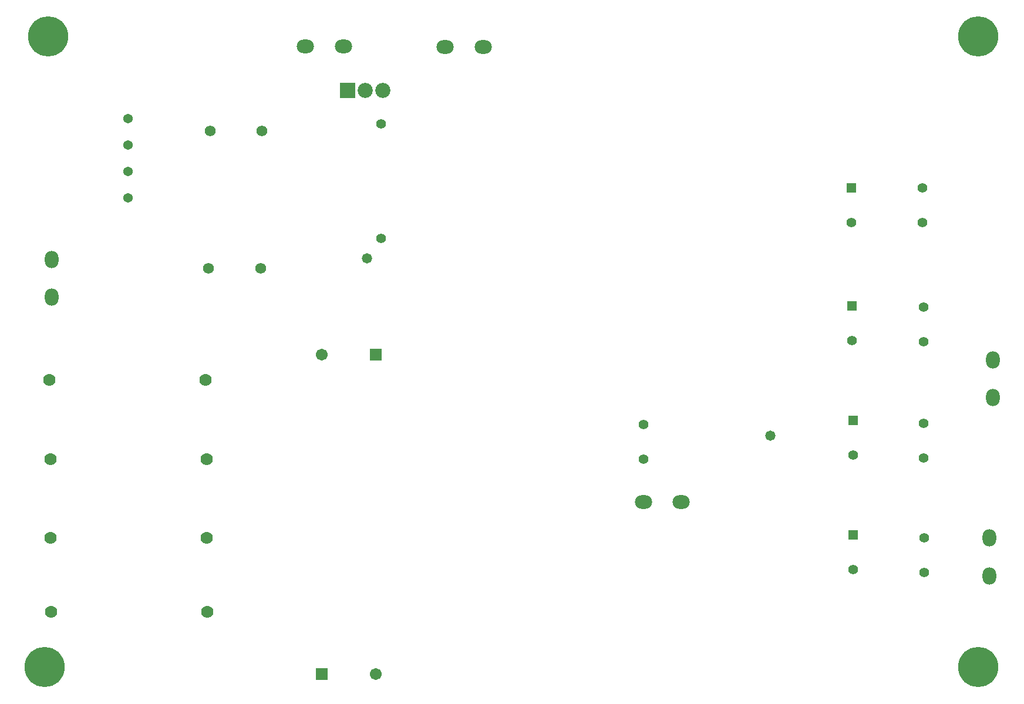
<source format=gbs>
%TF.GenerationSoftware,Altium Limited,Altium Designer,23.3.1 (30)*%
G04 Layer_Color=16711935*
%FSLAX26Y26*%
%MOIN*%
%TF.SameCoordinates,D9B6CB64-BBF7-4A69-970E-EE5AFB7FCE0F*%
%TF.FilePolarity,Negative*%
%TF.FileFunction,Soldermask,Bot*%
%TF.Part,Single*%
G01*
G75*
%TA.AperFunction,ComponentPad*%
%ADD33C,0.062000*%
%ADD38C,0.054000*%
%ADD61C,0.070008*%
%TA.AperFunction,ViaPad*%
%ADD62C,0.228000*%
%TA.AperFunction,ComponentPad*%
%ADD63O,0.078000X0.098000*%
%ADD64C,0.055244*%
%ADD65O,0.098000X0.078000*%
%ADD66C,0.085953*%
%ADD67R,0.085953X0.085953*%
%ADD68C,0.067055*%
%ADD69R,0.067055X0.067055*%
%ADD70R,0.055244X0.055244*%
%TA.AperFunction,ViaPad*%
%ADD71C,0.058000*%
D33*
X1131428Y2485454D02*
D03*
X1426703D02*
D03*
X1140000Y3265000D02*
D03*
X1435276D02*
D03*
D38*
X673234Y3334451D02*
D03*
Y3184451D02*
D03*
Y3034451D02*
D03*
Y2884451D02*
D03*
D61*
X1115000Y1850000D02*
D03*
X229173D02*
D03*
X234173Y1400000D02*
D03*
X1120000D02*
D03*
X235000Y955000D02*
D03*
X1120827D02*
D03*
X239173Y535000D02*
D03*
X1125000D02*
D03*
D62*
X5500000Y220000D02*
D03*
Y3800000D02*
D03*
X220000D02*
D03*
X200000Y220000D02*
D03*
D63*
X5564751Y737684D02*
D03*
Y952684D02*
D03*
X5585000Y1965000D02*
D03*
Y1750000D02*
D03*
X240000Y2320000D02*
D03*
Y2535000D02*
D03*
D64*
X3600000Y1596850D02*
D03*
Y1400000D02*
D03*
X5195549Y758058D02*
D03*
Y954908D02*
D03*
X5190000Y1408150D02*
D03*
Y1605000D02*
D03*
Y2068150D02*
D03*
Y2265000D02*
D03*
X5185000Y2743150D02*
D03*
Y2940000D02*
D03*
X2110000Y2655394D02*
D03*
Y3305000D02*
D03*
X4790000Y773150D02*
D03*
Y1423150D02*
D03*
X4785000Y2073150D02*
D03*
X4780000Y2743150D02*
D03*
D65*
X3815000Y1158413D02*
D03*
X3600000D02*
D03*
X1897395Y3744140D02*
D03*
X1682395D02*
D03*
X2690000Y3740000D02*
D03*
X2475000D02*
D03*
D66*
X2120000Y3495000D02*
D03*
X2019606D02*
D03*
D67*
X1919213D02*
D03*
D68*
X2080000Y180039D02*
D03*
X1775000Y1994961D02*
D03*
D69*
X2080000Y1995000D02*
D03*
X1775000Y180000D02*
D03*
D70*
X4790000Y970000D02*
D03*
Y1620000D02*
D03*
X4785000Y2270000D02*
D03*
X4780000Y2940000D02*
D03*
D71*
X4320000Y1535000D02*
D03*
X2030000Y2540000D02*
D03*
%TF.MD5,7eea4980caf438c3d7c5209d5a68505b*%
M02*

</source>
